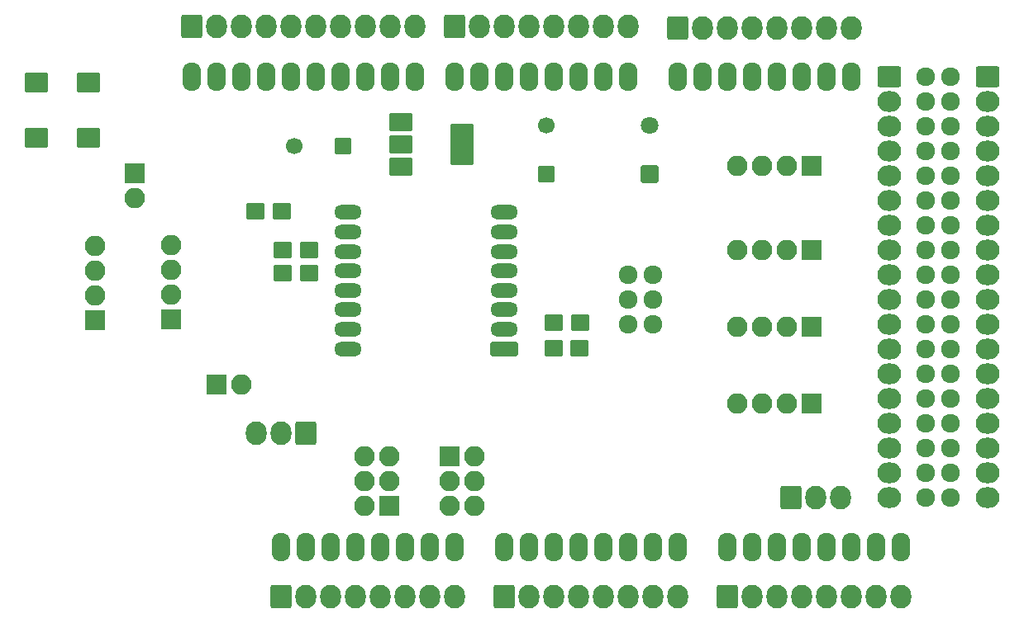
<source format=gbr>
G04 #@! TF.GenerationSoftware,KiCad,Pcbnew,(6.0.0-0)*
G04 #@! TF.CreationDate,2023-06-22T10:54:49-03:00*
G04 #@! TF.ProjectId,NNC_ControlBoard,4e4e435f-436f-46e7-9472-6f6c426f6172,rev?*
G04 #@! TF.SameCoordinates,Original*
G04 #@! TF.FileFunction,Soldermask,Top*
G04 #@! TF.FilePolarity,Negative*
%FSLAX46Y46*%
G04 Gerber Fmt 4.6, Leading zero omitted, Abs format (unit mm)*
G04 Created by KiCad (PCBNEW (6.0.0-0)) date 2023-06-22 10:54:49*
%MOMM*%
%LPD*%
G01*
G04 APERTURE LIST*
G04 Aperture macros list*
%AMRoundRect*
0 Rectangle with rounded corners*
0 $1 Rounding radius*
0 $2 $3 $4 $5 $6 $7 $8 $9 X,Y pos of 4 corners*
0 Add a 4 corners polygon primitive as box body*
4,1,4,$2,$3,$4,$5,$6,$7,$8,$9,$2,$3,0*
0 Add four circle primitives for the rounded corners*
1,1,$1+$1,$2,$3*
1,1,$1+$1,$4,$5*
1,1,$1+$1,$6,$7*
1,1,$1+$1,$8,$9*
0 Add four rect primitives between the rounded corners*
20,1,$1+$1,$2,$3,$4,$5,0*
20,1,$1+$1,$4,$5,$6,$7,0*
20,1,$1+$1,$6,$7,$8,$9,0*
20,1,$1+$1,$8,$9,$2,$3,0*%
G04 Aperture macros list end*
%ADD10RoundRect,0.200000X0.650000X0.650000X-0.650000X0.650000X-0.650000X-0.650000X0.650000X-0.650000X0*%
%ADD11C,1.700000*%
%ADD12RoundRect,0.200000X0.650000X-0.650000X0.650000X0.650000X-0.650000X0.650000X-0.650000X-0.650000X0*%
%ADD13RoundRect,0.200000X0.700000X-0.700000X0.700000X0.700000X-0.700000X0.700000X-0.700000X-0.700000X0*%
%ADD14C,1.800000*%
%ADD15RoundRect,0.200000X1.200000X0.550000X-1.200000X0.550000X-1.200000X-0.550000X1.200000X-0.550000X0*%
%ADD16O,2.800000X1.500000*%
%ADD17RoundRect,0.200000X0.863600X-1.016000X0.863600X1.016000X-0.863600X1.016000X-0.863600X-1.016000X0*%
%ADD18O,2.127200X2.432000*%
%ADD19RoundRect,0.200000X-0.863600X1.016000X-0.863600X-1.016000X0.863600X-1.016000X0.863600X1.016000X0*%
%ADD20RoundRect,0.200000X-1.016000X-0.863600X1.016000X-0.863600X1.016000X0.863600X-1.016000X0.863600X0*%
%ADD21O,2.432000X2.127200*%
%ADD22RoundRect,0.200000X0.750000X0.650000X-0.750000X0.650000X-0.750000X-0.650000X0.750000X-0.650000X0*%
%ADD23RoundRect,0.200000X-0.750000X-0.650000X0.750000X-0.650000X0.750000X0.650000X-0.750000X0.650000X0*%
%ADD24O,1.924000X2.940000*%
%ADD25C,1.924000*%
%ADD26RoundRect,0.200000X1.000000X0.800000X-1.000000X0.800000X-1.000000X-0.800000X1.000000X-0.800000X0*%
%ADD27RoundRect,0.200000X-1.000000X-0.750000X1.000000X-0.750000X1.000000X0.750000X-1.000000X0.750000X0*%
%ADD28RoundRect,0.200000X-1.000000X-1.900000X1.000000X-1.900000X1.000000X1.900000X-1.000000X1.900000X0*%
%ADD29RoundRect,0.200000X-0.850000X-0.850000X0.850000X-0.850000X0.850000X0.850000X-0.850000X0.850000X0*%
%ADD30O,2.100000X2.100000*%
%ADD31RoundRect,0.200000X0.850000X-0.850000X0.850000X0.850000X-0.850000X0.850000X-0.850000X-0.850000X0*%
%ADD32RoundRect,0.200000X-0.850000X0.850000X-0.850000X-0.850000X0.850000X-0.850000X0.850000X0.850000X0*%
%ADD33RoundRect,0.200000X0.850000X0.850000X-0.850000X0.850000X-0.850000X-0.850000X0.850000X-0.850000X0*%
G04 APERTURE END LIST*
D10*
X182880000Y-61722000D03*
D11*
X177880000Y-61722000D03*
D12*
X203708000Y-64643000D03*
D11*
X203708000Y-59643000D03*
D13*
X214249000Y-64643000D03*
D14*
X214249000Y-59643000D03*
D15*
X199390000Y-82550000D03*
D16*
X199390000Y-80550000D03*
X199390000Y-78550000D03*
X199390000Y-76550000D03*
X199390000Y-74550000D03*
X199390000Y-72550000D03*
X199390000Y-70550000D03*
X199390000Y-68550000D03*
X183390000Y-68550000D03*
X183390000Y-70550000D03*
X183390000Y-72550000D03*
X183390000Y-74550000D03*
X183390000Y-76550000D03*
X183390000Y-78550000D03*
X183390000Y-80550000D03*
X183390000Y-82550000D03*
D17*
X228739700Y-97802700D03*
D18*
X231279700Y-97802700D03*
X233819700Y-97802700D03*
D19*
X179070000Y-91186000D03*
D18*
X176530000Y-91186000D03*
X173990000Y-91186000D03*
D20*
X238798100Y-54622700D03*
D21*
X238798100Y-57162700D03*
X238798100Y-59702700D03*
X238798100Y-62242700D03*
X238798100Y-64782700D03*
X238798100Y-67322700D03*
X238798100Y-69862700D03*
X238798100Y-72402700D03*
X238798100Y-74942700D03*
X238798100Y-77482700D03*
X238798100Y-80022700D03*
X238798100Y-82562700D03*
X238798100Y-85102700D03*
X238798100Y-87642700D03*
X238798100Y-90182700D03*
X238798100Y-92722700D03*
X238798100Y-95262700D03*
X238798100Y-97802700D03*
D20*
X248920000Y-54622700D03*
D21*
X248920000Y-57162700D03*
X248920000Y-59702700D03*
X248920000Y-62242700D03*
X248920000Y-64782700D03*
X248920000Y-67322700D03*
X248920000Y-69862700D03*
X248920000Y-72402700D03*
X248920000Y-74942700D03*
X248920000Y-77482700D03*
X248920000Y-80022700D03*
X248920000Y-82562700D03*
X248920000Y-85102700D03*
X248920000Y-87642700D03*
X248920000Y-90182700D03*
X248920000Y-92722700D03*
X248920000Y-95262700D03*
X248920000Y-97802700D03*
D17*
X176530000Y-107950000D03*
D18*
X179070000Y-107950000D03*
X181610000Y-107950000D03*
X184150000Y-107950000D03*
X186690000Y-107950000D03*
X189230000Y-107950000D03*
X191770000Y-107950000D03*
X194310000Y-107950000D03*
D17*
X199390000Y-107950000D03*
D18*
X201930000Y-107950000D03*
X204470000Y-107950000D03*
X207010000Y-107950000D03*
X209550000Y-107950000D03*
X212090000Y-107950000D03*
X214630000Y-107950000D03*
X217170000Y-107950000D03*
D17*
X222250000Y-107950000D03*
D18*
X224790000Y-107950000D03*
X227330000Y-107950000D03*
X229870000Y-107950000D03*
X232410000Y-107950000D03*
X234950000Y-107950000D03*
X237490000Y-107950000D03*
X240030000Y-107950000D03*
D17*
X167360600Y-49504600D03*
D18*
X169900600Y-49504600D03*
X172440600Y-49504600D03*
X174980600Y-49504600D03*
X177520600Y-49504600D03*
X180060600Y-49504600D03*
X182600600Y-49504600D03*
X185140600Y-49504600D03*
X187680600Y-49504600D03*
X190220600Y-49504600D03*
D17*
X194297300Y-49504600D03*
D18*
X196837300Y-49504600D03*
X199377300Y-49504600D03*
X201917300Y-49504600D03*
X204457300Y-49504600D03*
X206997300Y-49504600D03*
X209537300Y-49504600D03*
X212077300Y-49504600D03*
D17*
X217170000Y-49606200D03*
D18*
X219710000Y-49606200D03*
X222250000Y-49606200D03*
X224790000Y-49606200D03*
X227330000Y-49606200D03*
X229870000Y-49606200D03*
X232410000Y-49606200D03*
X234950000Y-49606200D03*
D22*
X179404000Y-72390000D03*
X176704000Y-72390000D03*
X179404000Y-74803000D03*
X176704000Y-74803000D03*
X207102700Y-82511900D03*
X204402700Y-82511900D03*
D23*
X204428100Y-79908400D03*
X207128100Y-79908400D03*
X173910000Y-68453000D03*
X176610000Y-68453000D03*
D24*
X212090000Y-54610000D03*
X209550000Y-54610000D03*
X207010000Y-54610000D03*
X204470000Y-54610000D03*
X184150000Y-102870000D03*
X201930000Y-54610000D03*
X199390000Y-54610000D03*
X186690000Y-102870000D03*
D25*
X242570000Y-54610000D03*
X245110000Y-54610000D03*
D24*
X196850000Y-54610000D03*
X194310000Y-54610000D03*
X190246000Y-54610000D03*
X187706000Y-54610000D03*
X185166000Y-54610000D03*
X182626000Y-54610000D03*
X180086000Y-54610000D03*
X177546000Y-54610000D03*
X217170000Y-54610000D03*
X219710000Y-54610000D03*
X222250000Y-54610000D03*
X224790000Y-54610000D03*
X227330000Y-54610000D03*
X229870000Y-54610000D03*
X232410000Y-54610000D03*
X234950000Y-54610000D03*
D25*
X242570000Y-57150000D03*
X245110000Y-57150000D03*
X242570000Y-59690000D03*
X245110000Y-59690000D03*
X242570000Y-62230000D03*
X245110000Y-62230000D03*
X242570000Y-64770000D03*
X245110000Y-64770000D03*
X242570000Y-67310000D03*
X245110000Y-67310000D03*
X242570000Y-69850000D03*
X245110000Y-69850000D03*
X242570000Y-72390000D03*
X245110000Y-72390000D03*
X242570000Y-74930000D03*
X245110000Y-74930000D03*
X242570000Y-77470000D03*
X245110000Y-77470000D03*
X242570000Y-80010000D03*
X245110000Y-80010000D03*
X242570000Y-82550000D03*
X245110000Y-82550000D03*
X242570000Y-85090000D03*
X245110000Y-85090000D03*
X242570000Y-87630000D03*
X245110000Y-87630000D03*
X242570000Y-90170000D03*
X245110000Y-90170000D03*
X242570000Y-92710000D03*
X245110000Y-92710000D03*
X242570000Y-95250000D03*
X245110000Y-95250000D03*
D24*
X199390000Y-102870000D03*
X201930000Y-102870000D03*
X204470000Y-102870000D03*
X207010000Y-102870000D03*
X209550000Y-102870000D03*
X212090000Y-102870000D03*
X214630000Y-102870000D03*
X217170000Y-102870000D03*
X222250000Y-102870000D03*
X224790000Y-102870000D03*
X227330000Y-102870000D03*
X229870000Y-102870000D03*
X172466000Y-54610000D03*
X237490000Y-102870000D03*
X240030000Y-102870000D03*
X232410000Y-102870000D03*
X234950000Y-102870000D03*
X189230000Y-102870000D03*
X191770000Y-102870000D03*
X175006000Y-54610000D03*
D25*
X242570000Y-97790000D03*
X245110000Y-97790000D03*
D24*
X179070000Y-102870000D03*
X176530000Y-102870000D03*
X181610000Y-102870000D03*
X167386000Y-54610000D03*
X169926000Y-54610000D03*
D25*
X212090000Y-74930000D03*
X214630000Y-74930000D03*
X212090000Y-77470000D03*
X214630000Y-77470000D03*
X212090000Y-80010000D03*
X214630000Y-80010000D03*
D24*
X194310000Y-102870000D03*
D26*
X156814500Y-60921900D03*
X151414500Y-60921900D03*
X156814500Y-55206900D03*
X151414500Y-55206900D03*
D27*
X188785100Y-59307700D03*
X188785100Y-61607700D03*
D28*
X195085100Y-61607700D03*
D27*
X188785100Y-63907700D03*
D29*
X161544000Y-64516000D03*
D30*
X161544000Y-67056000D03*
D31*
X169926000Y-86233000D03*
D30*
X172466000Y-86233000D03*
D32*
X230886000Y-88138000D03*
D30*
X228346000Y-88138000D03*
X225806000Y-88138000D03*
X223266000Y-88138000D03*
D33*
X165227000Y-79502000D03*
D30*
X165227000Y-76962000D03*
X165227000Y-74422000D03*
X165227000Y-71882000D03*
D32*
X230886000Y-63754000D03*
D30*
X228346000Y-63754000D03*
X225806000Y-63754000D03*
X223266000Y-63754000D03*
D32*
X230886000Y-72390000D03*
D30*
X228346000Y-72390000D03*
X225806000Y-72390000D03*
X223266000Y-72390000D03*
D32*
X230886000Y-80264000D03*
D30*
X228346000Y-80264000D03*
X225806000Y-80264000D03*
X223266000Y-80264000D03*
D33*
X157480000Y-79629000D03*
D30*
X157480000Y-77089000D03*
X157480000Y-74549000D03*
X157480000Y-72009000D03*
D29*
X193789300Y-93599000D03*
D30*
X196329300Y-93599000D03*
X193789300Y-96139000D03*
X196329300Y-96139000D03*
X193789300Y-98679000D03*
X196329300Y-98679000D03*
D33*
X187566300Y-98640900D03*
D30*
X185026300Y-98640900D03*
X187566300Y-96100900D03*
X185026300Y-96100900D03*
X187566300Y-93560900D03*
X185026300Y-93560900D03*
M02*

</source>
